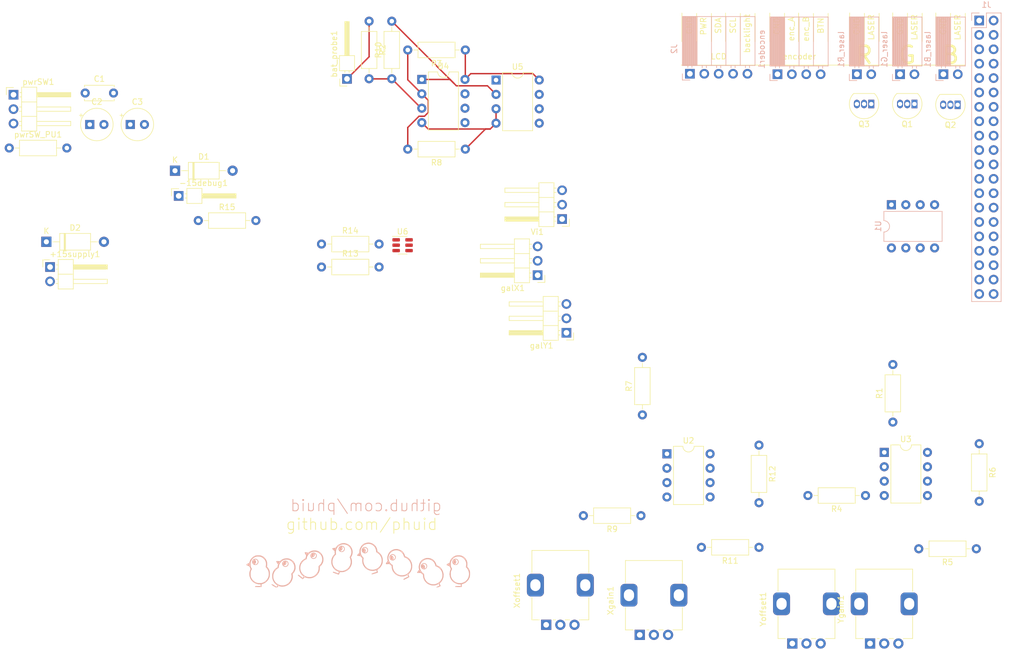
<source format=kicad_pcb>
(kicad_pcb (version 20211014) (generator pcbnew)
  (layers (0 "F.Cu" signal) (31 "B.Cu" signal) (34 "B.Paste" user) (35 "F.Paste" user) (36 "B.SilkS" user "B.Silkscreen") (37 "F.SilkS" user "F.Silkscreen") (38 "B.Mask" user) (39 "F.Mask" user) (44 "Edge.Cuts" user))
  (net 0 "")
  (net 1 "+15V")
  (net 2 "GND")
  (net 3 "Net-(J1-Pad36)")
  (net 4 "Net-(J1-Pad33)")
  (net 5 "Net-(J1-Pad29)")
  (net 8 "Net-(J1-Pad3)")
  (net 10 "Net-(J1-Pad5)")
  (net 11 "Net-(J1-Pad11)")
  (net 12 "Net-(J1-Pad15)")
  (net 13 "Net-(J1-Pad26)")
  (net 14 "Net-(J1-Pad31)")
  (net 16 "Net-(J1-Pad23)")
  (net 19 "Net-(J1-Pad19)")
  (net 21 "Net-(J1-Pad13)")
  (net 25 "+3V3")
  (net 27 "Net-(J1-Pad35)")
  (net 28 "Net-(laser_B1-Pad2)")
  (net 30 "Net-(J1-Pad40)")
  (net 31 "Net-(laser_G1-Pad2)")
  (net 32 "Net-(R7-Pad2)")
  (net 33 "Net-(R1-Pad2)")
  (net 34 "-15V")
  (net 35 "Net-(R11-Pad1)")
  (net 37 "Net-(R5-Pad1)")
  (net 38 "Net-(R1-Pad1)")
  (net 39 "+5V")
  (net 40 "Net-(R12-Pad1)")
  (net 41 "Net-(R6-Pad1)")
  (net 42 "Net-(R11-Pad2)")
  (net 43 "Net-(R5-Pad2)")
  (net 44 "Net-(R4-Pad2)")
  (net 45 "Net-(R7-Pad1)")
  (net 46 "Net-(R9-Pad2)")
  (net 47 "Net-(U2-Pad3)")
  (net 48 "Net-(U3-Pad3)")
  (net 50 "Net-(laser_R1-Pad2)")
  (net 51 "Net-(J1-Pad12)")
  (net 52 "Net-(R10-Pad1)")
  (net 53 "Net-(R3-Pad2)")
  (net 54 "Net-(R10-Pad2)")
  (net 58 "Net-(C1-Pad2)")
  (net 59 "Net-(C1-Pad1)")
  (net 60 "Net-(R2-Pad1)")
  (net 61 "Net-(C2-Pad2)")
  (net 62 "Net-(J1-Pad16)")
  (net 63 "Net-(R13-Pad2)")
  (net 64 "Net-(R15-Pad1)")
  (footprint "Resistor_THT:R_Axial_DIN0207_L6.3mm_D2.5mm_P10.16mm_Horizontal" (layer "F.Cu") (at 169.2 25.52 -90)
    (fp_text reference "R2" (at 5.08 -2.37 90) (layer "F.SilkS"))
    (fp_text value "R")
    (pad "1" thru_hole circle (at 0 0 270) (size 1.6 1.6) (drill 0.8) (layers *.Cu *.Mask) (net 60 "Net-(R2-Pad1)"))
    (pad "2" thru_hole oval (at 10.16 0 270) (size 1.6 1.6) (drill 0.8) (layers *.Cu *.Mask) (net 52 "Net-(R10-Pad1)"))
  )
  (footprint "Connector_PinHeader_2.54mm:PinHeader_1x03_P2.54mm_Horizontal" (layer "F.Cu") (at 203.257 60.437 180)
    (fp_text reference "Vi1" (at 4.385 -2.27) (layer "F.SilkS"))
    (fp_text value "Conn_01x03_Male")
    (pad "1" thru_hole rect (at 0 0 180) (size 1.7 1.7) (drill 1) (layers *.Cu *.Mask) (net 1 "+15V"))
    (pad "2" thru_hole oval (at 0 2.54 180) (size 1.7 1.7) (drill 1) (layers *.Cu *.Mask) (net 2 "GND"))
    (pad "3" thru_hole oval (at 0 5.08 180) (size 1.7 1.7) (drill 1) (layers *.Cu *.Mask) (net 34 "-15V"))
  )
  (footprint "Package_DIP:DIP-8_W7.62mm" (layer "F.Cu") (at 178.5 35.8)
    (fp_text reference "U4" (at 3.81 -2.33) (layer "F.SilkS"))
    (fp_text value "LM358")
    (pad "1" thru_hole rect (at 0 0) (size 1.6 1.6) (drill 0.8) (layers *.Cu *.Mask) (net 54 "Net-(R10-Pad2)"))
    (pad "2" thru_hole oval (at 0 2.54) (size 1.6 1.6) (drill 0.8) (layers *.Cu *.Mask) (net 52 "Net-(R10-Pad1)"))
    (pad "3" thru_hole oval (at 0 5.08) (size 1.6 1.6) (drill 0.8) (layers *.Cu *.Mask) (net 53 "Net-(R3-Pad2)"))
    (pad "4" thru_hole oval (at 0 7.62) (size 1.6 1.6) (drill 0.8) (layers *.Cu *.Mask) (net 2 "GND"))
    (pad "5" thru_hole oval (at 7.62 7.62) (size 1.6 1.6) (drill 0.8) (layers *.Cu *.Mask))
    (pad "6" thru_hole oval (at 7.62 5.08) (size 1.6 1.6) (drill 0.8) (layers *.Cu *.Mask))
    (pad "7" thru_hole oval (at 7.62 2.54) (size 1.6 1.6) (drill 0.8) (layers *.Cu *.Mask))
    (pad "8" thru_hole oval (at 7.62 0) (size 1.6 1.6) (drill 0.8) (layers *.Cu *.Mask) (net 39 "+5V"))
  )
  (footprint "Connector_PinHeader_2.54mm:PinHeader_1x02_P2.54mm_Horizontal" (layer "F.Cu") (at 112.9 68.9)
    (fp_text reference "+15supply1" (at 4.385 -2.27) (layer "F.SilkS"))
    (fp_text value "Conn_01x02_Male")
    (pad "1" thru_hole rect (at 0 0) (size 1.7 1.7) (drill 1) (layers *.Cu *.Mask) (net 1 "+15V"))
    (pad "2" thru_hole oval (at 0 2.54) (size 1.7 1.7) (drill 1) (layers *.Cu *.Mask) (net 2 "GND"))
  )
  (footprint "Resistor_THT:R_Axial_DIN0207_L6.3mm_D2.5mm_P10.16mm_Horizontal" (layer "F.Cu") (at 276.86 100.076 -90)
    (fp_text reference "R6" (at 5.08 -2.37 90) (layer "F.SilkS"))
    (fp_text value "10kR")
    (pad "1" thru_hole circle (at 0 0 270) (size 1.6 1.6) (drill 0.8) (layers *.Cu *.Mask) (net 41 "Net-(R6-Pad1)"))
    (pad "2" thru_hole oval (at 10.16 0 270) (size 1.6 1.6) (drill 0.8) (layers *.Cu *.Mask) (net 37 "Net-(R5-Pad1)"))
  )
  (footprint "Connector_PinHeader_2.54mm:PinHeader_1x01_P2.54mm_Horizontal" (layer "F.Cu") (at 135.6 56.35)
    (fp_text reference "-15debug1" (at 4.385 -2.27) (layer "F.SilkS"))
    (fp_text value "Conn_01x01_Male")
    (pad "1" thru_hole rect (at 0 0) (size 1.7 1.7) (drill 1) (layers *.Cu *.Mask) (net 34 "-15V"))
  )
  (footprint "Resistor_THT:R_Axial_DIN0207_L6.3mm_D2.5mm_P10.16mm_Horizontal" (layer "F.Cu") (at 237.998 100.33 -90)
    (fp_text reference "R12" (at 5.08 -2.37 90) (layer "F.SilkS"))
    (fp_text value "10kR")
    (pad "1" thru_hole circle (at 0 0 270) (size 1.6 1.6) (drill 0.8) (layers *.Cu *.Mask) (net 40 "Net-(R12-Pad1)"))
    (pad "2" thru_hole oval (at 10.16 0 270) (size 1.6 1.6) (drill 0.8) (layers *.Cu *.Mask) (net 35 "Net-(R11-Pad1)"))
  )
  (footprint "Connector_PinHeader_2.54mm:PinHeader_1x01_P2.54mm_Horizontal" (layer "F.Cu") (at 165.3 35.7 90)
    (fp_text reference "bat_probe1" (at 4.385 -2.27 90) (layer "F.SilkS"))
    (fp_text value "Conn_01x01_Male")
    (pad "1" thru_hole rect (at 0 0 90) (size 1.7 1.7) (drill 1) (layers *.Cu *.Mask) (net 60 "Net-(R2-Pad1)"))
  )
  (footprint "Capacitor_THT:C_Disc_D5.0mm_W2.5mm_P5.00mm" (layer "F.Cu") (at 119.1 38.2)
    (fp_text reference "C1" (at 2.5 -2.5) (layer "F.SilkS"))
    (fp_text value "1u")
    (pad "1" thru_hole circle (at 0 0) (size 1.6 1.6) (drill 0.8) (layers *.Cu *.Mask) (net 59 "Net-(C1-Pad1)"))
    (pad "2" thru_hole circle (at 5 0) (size 1.6 1.6) (drill 0.8) (layers *.Cu *.Mask) (net 58 "Net-(C1-Pad2)"))
  )
  (footprint "Package_TO_SOT_THT:TO-92_Inline" (layer "F.Cu") (at 273.05 40.28 180)
    (fp_text reference "Q2" (at 1.27 -3.56) (layer "F.SilkS"))
    (fp_text value "BC547")
    (pad "1" thru_hole rect (at 0 0 180) (size 1.05 1.5) (drill 0.75) (layers *.Cu *.Mask) (net 11 "Net-(J1-Pad11)"))
    (pad "2" thru_hole oval (at 1.27 0 180) (size 1.05 1.5) (drill 0.75) (layers *.Cu *.Mask) (net 27 "Net-(J1-Pad35)"))
    (pad "3" thru_hole oval (at 2.54 0 180) (size 1.05 1.5) (drill 0.75) (layers *.Cu *.Mask) (net 50 "Net-(laser_R1-Pad2)"))
  )
  (footprint "Resistor_THT:R_Axial_DIN0207_L6.3mm_D2.5mm_P10.16mm_Horizontal" (layer "F.Cu") (at 160.8 64.85)
    (fp_text reference "R14" (at 5.08 -2.37) (layer "F.SilkS"))
    (fp_text value "2k2")
    (pad "1" thru_hole circle (at 0 0) (size 1.6 1.6) (drill 0.8) (layers *.Cu *.Mask) (net 63 "Net-(R13-Pad2)"))
    (pad "2" thru_hole oval (at 10.16 0) (size 1.6 1.6) (drill 0.8) (layers *.Cu *.Mask) (net 61 "Net-(C2-Pad2)"))
  )
  (footprint "Capacitor_THT:CP_Radial_Tantal_D5.5mm_P2.50mm" (layer "F.Cu") (at 119.907262 43.75)
    (fp_text reference "C2" (at 1.25 -4) (layer "F.SilkS"))
    (fp_text value "10u")
    (pad "1" thru_hole rect (at 0 0) (size 1.6 1.6) (drill 0.8) (layers *.Cu *.Mask) (net 2 "GND"))
    (pad "2" thru_hole circle (at 2.5 0) (size 1.6 1.6) (drill 0.8) (layers *.Cu *.Mask) (net 61 "Net-(C2-Pad2)"))
  )
  (footprint "Potentiometer_THT:Potentiometer_Alps_RK09K_Single_Vertical" (layer "F.Cu") (at 216.956 133.812 90)
    (fp_text reference "Xgain1" (at 6.05 -5.15 90) (layer "F.SilkS"))
    (fp_text value "10kR")
    (pad "1" thru_hole rect (at 0 0 90) (size 1.8 1.8) (drill 1) (layers *.Cu *.Mask) (net 45 "Net-(R7-Pad1)"))
    (pad "2" thru_hole circle (at 0 2.5 90) (size 1.8 1.8) (drill 1) (layers *.Cu *.Mask) (net 42 "Net-(R11-Pad2)"))
    (pad "3" thru_hole circle (at 0 5 90) (size 1.8 1.8) (drill 1) (layers *.Cu *.Mask))
    (pad "MP" thru_hole roundrect (at 7 6.9 90) (size 4 3) (drill oval 2.1 1.8) (layers *.Cu *.Mask))
    (pad "MP" thru_hole roundrect (at 7 -1.9 90) (size 4 3) (drill oval 2.1 1.8) (layers *.Cu *.Mask))
  )
  (footprint "Resistor_THT:R_Axial_DIN0207_L6.3mm_D2.5mm_P10.16mm_Horizontal" (layer "F.Cu") (at 160.8 68.9)
    (fp_text reference "R13" (at 5.08 -2.37) (layer "F.SilkS"))
    (fp_text value "39k")
    (pad "1" thru_hole circle (at 0 0) (size 1.6 1.6) (drill 0.8) (layers *.Cu *.Mask) (net 2 "GND"))
    (pad "2" thru_hole oval (at 10.16 0) (size 1.6 1.6) (drill 0.8) (layers *.Cu *.Mask) (net 63 "Net-(R13-Pad2)"))
  )
  (footprint "Resistor_THT:R_Axial_DIN0207_L6.3mm_D2.5mm_P10.16mm_Horizontal" (layer "F.Cu") (at 217.424 94.996 90)
    (fp_text reference "R7" (at 5.08 -2.37 90) (layer "F.SilkS"))
    (fp_text value "1kR")
    (pad "1" thru_hole circle (at 0 0 90) (size 1.6 1.6) (drill 0.8) (layers *.Cu *.Mask) (net 45 "Net-(R7-Pad1)"))
    (pad "2" thru_hole oval (at 10.16 0 90) (size 1.6 1.6) (drill 0.8) (layers *.Cu *.Mask) (net 32 "Net-(R7-Pad2)"))
  )
  (footprint "Resistor_THT:R_Axial_DIN0207_L6.3mm_D2.5mm_P10.16mm_Horizontal" (layer "F.Cu") (at 276.352 118.618 180)
    (fp_text reference "R5" (at 5.08 -2.37) (layer "F.SilkS"))
    (fp_text value "10kR")
    (pad "1" thru_hole circle (at 0 0 180) (size 1.6 1.6) (drill 0.8) (layers *.Cu *.Mask) (net 37 "Net-(R5-Pad1)"))
    (pad "2" thru_hole oval (at 10.16 0 180) (size 1.6 1.6) (drill 0.8) (layers *.Cu *.Mask) (net 43 "Net-(R5-Pad2)"))
  )
  (footprint "Potentiometer_THT:Potentiometer_Alps_RK09K_Single_Vertical" (layer "F.Cu") (at 257.596 135.336 90)
    (fp_text reference "Ygain1" (at 6.05 -5.15 90) (layer "F.SilkS"))
    (fp_text value "10kR")
    (pad "1" thru_hole rect (at 0 0 90) (size 1.8 1.8) (drill 1) (layers *.Cu *.Mask) (net 38 "Net-(R1-Pad1)"))
    (pad "2" thru_hole circle (at 0 2.5 90) (size 1.8 1.8) (drill 1) (layers *.Cu *.Mask) (net 43 "Net-(R5-Pad2)"))
    (pad "3" thru_hole circle (at 0 5 90) (size 1.8 1.8) (drill 1) (layers *.Cu *.Mask))
    (pad "MP" thru_hole roundrect (at 7 -1.9 90) (size 4 3) (drill oval 2.1 1.8) (layers *.Cu *.Mask))
    (pad "MP" thru_hole roundrect (at 7 6.9 90) (size 4 3) (drill oval 2.1 1.8) (layers *.Cu *.Mask))
  )
  (footprint "Resistor_THT:R_Axial_DIN0207_L6.3mm_D2.5mm_P10.16mm_Horizontal" (layer "F.Cu") (at 237.998 118.364 180)
    (fp_text reference "R11" (at 5.08 -2.37) (layer "F.SilkS"))
    (fp_text value "10kR")
    (pad "1" thru_hole circle (at 0 0 180) (size 1.6 1.6) (drill 0.8) (layers *.Cu *.Mask) (net 35 "Net-(R11-Pad1)"))
    (pad "2" thru_hole oval (at 10.16 0 180) (size 1.6 1.6) (drill 0.8) (layers *.Cu *.Mask) (net 42 "Net-(R11-Pad2)"))
  )
  (footprint "Package_TO_SOT_THT:TO-92_Inline" (layer "F.Cu") (at 265.43 40.132 180)
    (fp_text reference "Q1" (at 1.27 -3.56) (layer "F.SilkS"))
    (fp_text value "BC547")
    (pad "1" thru_hole rect (at 0 0 180) (size 1.05 1.5) (drill 0.75) (layers *.Cu *.Mask) (net 21 "Net-(J1-Pad13)"))
    (pad "2" thru_hole oval (at 1.27 0 180) (size 1.05 1.5) (drill 0.75) (layers *.Cu *.Mask) (net 27 "Net-(J1-Pad35)"))
    (pad "3" thru_hole oval (at 2.54 0 180) (size 1.05 1.5) (drill 0.75) (layers *.Cu *.Mask) (net 31 "Net-(laser_G1-Pad2)"))
  )
  (footprint "Resistor_THT:R_Axial_DIN0207_L6.3mm_D2.5mm_P10.16mm_Horizontal" (layer "F.Cu") (at 217.17 112.776 180)
    (fp_text reference "R9" (at 5.08 -2.37) (layer "F.SilkS"))
    (fp_text value "47kR")
    (pad "1" thru_hole circle (at 0 0 180) (size 1.6 1.6) (drill 0.8) (layers *.Cu *.Mask) (net 1 "+15V"))
    (pad "2" thru_hole oval (at 10.16 0 180) (size 1.6 1.6) (drill 0.8) (layers *.Cu *.Mask) (net 46 "Net-(R9-Pad2)"))
  )
  (footprint "Diode_THT:D_A-405_P10.16mm_Horizontal" (layer "F.Cu") (at 112.25 64.45)
    (fp_text reference "D2" (at 5.08 -2.47) (layer "F.SilkS"))
    (fp_text value "D")
    (fp_text user "K" (at 0 -1.9) (layer "F.SilkS"))
    (pad "1" thru_hole rect (at 0 0) (size 1.8 1.8) (drill 0.9) (layers *.Cu *.Mask) (net 2 "GND"))
    (pad "2" thru_hole oval (at 10.16 0) (size 1.8 1.8) (drill 0.9) (layers *.Cu *.Mask) (net 61 "Net-(C2-Pad2)"))
  )
  (footprint "Package_DIP:DIP-8_W7.62mm" (layer "F.Cu") (at 221.752 101.864)
    (fp_text reference "U2" (at 3.81 -2.33) (layer "F.SilkS"))
    (fp_text value "TL082")
    (pad "1" thru_hole rect (at 0 0) (size 1.6 1.6) (drill 0.8) (layers *.Cu *.Mask) (net 42 "Net-(R11-Pad2)"))
    (pad "2" thru_hole oval (at 0 2.54) (size 1.6 1.6) (drill 0.8) (layers *.Cu *.Mask) (net 45 "Net-(R7-Pad1)"))
    (pad "3" thru_hole oval (at 0 5.08) (size 1.6 1.6) (drill 0.8) (layers *.Cu *.Mask) (net 47 "Net-(U2-Pad3)"))
    (pad "4" thru_hole oval (at 0 7.62) (size 1.6 1.6) (drill 0.8) (layers *.Cu *.Mask) (net 34 "-15V"))
    (pad "5" thru_hole oval (at 7.62 7.62) (size 1.6 1.6) (drill 0.8) (layers *.Cu *.Mask) (net 2 "GND"))
    (pad "6" thru_hole oval (at 7.62 5.08) (size 1.6 1.6) (drill 0.8) (layers *.Cu *.Mask) (net 35 "Net-(R11-Pad1)"))
    (pad "7" thru_hole oval (at 7.62 2.54) (size 1.6 1.6) (drill 0.8) (layers *.Cu *.Mask) (net 40 "Net-(R12-Pad1)"))
    (pad "8" thru_hole oval (at 7.62 0) (size 1.6 1.6) (drill 0.8) (layers *.Cu *.Mask) (net 1 "+15V"))
  )
  (footprint "Package_TO_SOT_THT:TO-92_Inline" (layer "F.Cu") (at 257.81 40.132 180)
    (fp_text reference "Q3" (at 1.27 -3.56) (layer "F.SilkS"))
    (fp_text value "BC547")
    (pad "1" thru_hole rect (at 0 0 180) (size 1.05 1.5) (drill 0.75) (layers *.Cu *.Mask) (net 12 "Net-(J1-Pad15)"))
    (pad "2" thru_hole oval (at 1.27 0 180) (size 1.05 1.5) (drill 0.75) (layers *.Cu *.Mask) (net 27 "Net-(J1-Pad35)"))
    (pad "3" thru_hole oval (at 2.54 0 180) (size 1.05 1.5) (drill 0.75) (layers *.Cu *.Mask) (net 28 "Net-(laser_B1-Pad2)"))
  )
  (footprint "Resistor_THT:R_Axial_DIN0207_L6.3mm_D2.5mm_P10.16mm_Horizontal" (layer "F.Cu") (at 186.18 48.1 180)
    (fp_text reference "R8" (at 5.08 -2.37) (layer "F.SilkS"))
    (fp_text value "R")
    (pad "1" thru_hole circle (at 0 0 180) (size 1.6 1.6) (drill 0.8) (layers *.Cu *.Mask) (net 2 "GND"))
    (pad "2" thru_hole oval (at 10.16 0 180) (size 1.6 1.6) (drill 0.8) (layers *.Cu *.Mask) (net 53 "Net-(R3-Pad2)"))
  )
  (footprint "Package_TO_SOT_SMD:SOT-23-6" (layer "F.Cu") (at 175.11 65.05)
    (fp_text reference "U6" (at 0 -2.4) (layer "F.SilkS"))
    (fp_text value "AOZ1282CI")
    (pad "1" smd roundrect (at -1.1375 -0.95) (size 1.325 0.6) (layers "F.Cu" "F.Paste" "F.Mask") (net 58 "Net-(C1-Pad2)"))
    (pad "2" smd roundrect (at -1.1375 0) (size 1.325 0.6) (layers "F.Cu" "F.Paste" "F.Mask") (net 61 "Net-(C2-Pad2)"))
    (pad "3" smd roundrect (at -1.1375 0.95) (size 1.325 0.6) (layers "F.Cu" "F.Paste" "F.Mask") (net 63 "Net-(R13-Pad2)"))
    (pad "4" smd roundrect (at 1.1375 0.95) (size 1.325 0.6) (layers "F.Cu" "F.Paste" "F.Mask") (net 64 "Net-(R15-Pad1)"))
    (pad "5" smd roundrect (at 1.1375 0) (size 1.325 0.6) (layers "F.Cu" "F.Paste" "F.Mask") (net 1 "+15V"))
    (pad "6" smd roundrect (at 1.1375 -0.95) (size 1.325 0.6) (layers "F.Cu" "F.Paste" "F.Mask") (net 59 "Net-(C1-Pad1)"))
  )
  (footprint "Resistor_THT:R_Axial_DIN0207_L6.3mm_D2.5mm_P10.16mm_Horizontal" (layer "F.Cu") (at 139.06 60.7)
    (fp_text reference "R15" (at 5.08 -2.37) (layer "F.SilkS"))
    (fp_text value "47k")
    (pad "1" thru_hole circle (at 0 0) (size 1.6 1.6) (drill 0.8) (layers *.Cu *.Mask) (net 64 "Net-(R15-Pad1)"))
    (pad "2" thru_hole oval (at 10.16 0) (size 1.6 1.6) (drill 0.8) (layers *.Cu *.Mask) (net 1 "+15V"))
  )
  (footprint "Capacitor_THT:CP_Radial_Tantal_D5.5mm_P2.50mm" (layer "F.Cu") (at 127.057262 43.75)
    (fp_text reference "C3" (at 1.25 -4) (layer "F.SilkS"))
    (fp_text value "10u")
    (pad "1" thru_hole rect (at 0 0) (size 1.6 1.6) (drill 0.8) (layers *.Cu *.Mask) (net 2 "GND"))
    (pad "2" thru_hole circle (at 2.5 0) (size 1.6 1.6) (drill 0.8) (layers *.Cu *.Mask) (net 34 "-15V"))
  )
  (footprint "Potentiometer_THT:Potentiometer_Alps_RK09K_Single_Vertical" (layer "F.Cu") (at 243.88 135.336 90)
    (fp_text reference "Yoffset1" (at 6.05 -5.15 90) (layer "F.SilkS"))
    (fp_text value "10kR")
    (pad "1" thru_hole rect (at 0 0 90) (size 1.8 1.8) (drill 1) (layers *.Cu *.Mask) (net 44 "Net-(R4-Pad2)"))
    (pad "2" thru_hole circle (at 0 2.5 90) (size 1.8 1.8) (drill 1) (layers *.Cu *.Mask) (net 48 "Net-(U3-Pad3)"))
    (pad "3" thru_hole circle (at 0 5 90) (size 1.8 1.8) (drill 1) (layers *.Cu *.Mask) (net 2 "GND"))
    (pad "MP" thru_hole roundrect (at 7 -1.9 90) (size 4 3) (drill oval 2.1 1.8) (layers *.Cu *.Mask))
    (pad "MP" thru_hole roundrect (at 7 6.9 90) (size 4 3) (drill oval 2.1 1.8) (layers *.Cu *.Mask))
  )
  (footprint "Resistor_THT:R_Axial_DIN0207_L6.3mm_D2.5mm_P10.16mm_Horizontal" (layer "F.Cu") (at 173.2 35.68 90)
    (fp_text reference "R10" (at 5.08 -2.37 90) (layer "F.SilkS"))
    (fp_text value "R")
    (pad "1" thru_hole circle (at 0 0 90) (size 1.6 1.6) (drill 0.8) (layers *.Cu *.Mask) (net 52 "Net-(R10-Pad1)"))
    (pad "2" thru_hole oval (at 10.16 0 90) (size 1.6 1.6) (drill 0.8) (layers *.Cu *.Mask) (net 54 "Net-(R10-Pad2)"))
  )
  (footprint "Resistor_THT:R_Axial_DIN0207_L6.3mm_D2.5mm_P10.16mm_Horizontal" (layer "F.Cu") (at 105.7 47.9)
    (fp_text reference "pwrSW_PU1" (at 5.08 -2.37) (layer "F.SilkS"))
    (fp_text value "47k")
    (pad "1" thru_hole circle (at 0 0) (size 1.6 1.6) (drill 0.8) (layers *.Cu *.Mask) (net 39 "+5V"))
    (pad "2" thru_hole oval (at 10.16 0) (size 1.6 1.6) (drill 0.8) (layers *.Cu *.Mask) (net 62 "Net-(J1-Pad16)"))
  )
  (footprint "Resistor_THT:R_Axial_DIN0207_L6.3mm_D2.5mm_P10.16mm_Horizontal" (layer "F.Cu") (at 186.18 30.6 180)
    (fp_text reference "R3" (at 5.08 -2.37) (layer "F.SilkS"))
    (fp_text value "R")
    (pad "1" thru_hole circle (at 0 0 180) (size 1.6 1.6) (drill 0.8) (layers *.Cu *.Mask) (net 39 "+5V"))
    (pad "2" thru_hole oval (at 10.16 0 180) (size 1.6 1.6) (drill 0.8) (layers *.Cu *.Mask) (net 53 "Net-(R3-Pad2)"))
  )
  (footprint "Connector_PinHeader_2.54mm:PinHeader_1x03_P2.54mm_Horizontal" (layer "F.Cu") (at 106.45 38.5)
    (fp_text reference "pwrSW1" (at 4.385 -2.27) (layer "F.SilkS"))
    (fp_text value "Conn_01x03_Male")
    (pad "1" thru_hole rect (at 0 0) (size 1.7 1.7) (drill 1) (layers *.Cu *.Mask) (net 2 "GND"))
    (pad "2" thru_hole oval (at 0 2.54) (size 1.7 1.7) (drill 1) (layers *.Cu *.Mask) (net 62 "Net-(J1-Pad16)"))
    (pad "3" thru_hole oval (at 0 5.08) (size 1.7 1.7) (drill 1) (layers *.Cu *.Mask) (net 39 "+5V"))
  )
  (footprint "Potentiometer_THT:Potentiometer_Alps_RK09K_Single_Vertical" (layer "F.Cu") (at 200.446 132.034 90)
    (fp_text reference "Xoffset1" (at 6.05 -5.15 90) (layer "F.SilkS"))
    (fp_text value "10kR")
    (pad "1" thru_hole rect (at 0 0 90) (size 1.8 1.8) (drill 1) (layers *.Cu *.Mask) (net 46 "Net-(R9-Pad2)"))
    (pad "2" thru_hole circle (at 0 2.5 90) (size 1.8 1.8) (drill 1) (layers *.Cu *.Mask) (net 47 "Net-(U2-Pad3)"))
    (pad "3" thru_hole circle (at 0 5 90) (size 1.8 1.8) (drill 1) (layers *.Cu *.Mask) (net 2 "GND"))
    (pad "MP" thru_hole roundrect (at 7 -1.9 90) (size 4 3) (drill oval 2.1 1.8) (layers *.Cu *.Mask))
    (pad "MP" thru_hole roundrect (at 7 6.9 90) (size 4 3) (drill oval 2.1 1.8) (layers *.Cu *.Mask))
  )
  (footprint "Diode_THT:D_A-405_P10.16mm_Horizontal" (layer "F.Cu") (at 134.95 51.9)
    (fp_text reference "D1" (at 5.08 -2.47) (layer "F.SilkS"))
    (fp_text value "D_Schottky")
    (fp_text user "K" (at 0 -1.9) (layer "F.SilkS"))
    (pad "1" thru_hole rect (at 0 0) (size 1.8 1.8) (drill 0.9) (layers *.Cu *.Mask) (net 59 "Net-(C1-Pad1)"))
    (pad "2" thru_hole oval (at 10.16 0) (size 1.8 1.8) (drill 0.9) (layers *.Cu *.Mask) (net 61 "Net-(C2-Pad2)"))
  )
  (footprint "Resistor_THT:R_Axial_DIN0207_L6.3mm_D2.5mm_P10.16mm_Horizontal" (layer "F.Cu") (at 261.62 96.266 90)
    (fp_text reference "R1" (at 5.08 -2.37 90) (layer "F.SilkS"))
    (fp_text value "1kR")
    (pad "1" thru_hole circle (at 0 0 90) (size 1.6 1.6) (drill 0.8) (layers *.Cu *.Mask) (net 38 "Net-(R1-Pad1)"))
    (pad "2" thru_hole oval (at 10.16 0 90) (size 1.6 1.6) (drill 0.8) (layers *.Cu *.Mask) (net 33 "Net-(R1-Pad2)"))
  )
  (footprint "Connector_PinHeader_2.54mm:PinHeader_1x03_P2.54mm_Horizontal" (layer "F.Cu") (at 198.939 70.343 180)
    (fp_text reference "galX1" (at 4.385 -2.27) (layer "F.SilkS"))
    (fp_text value "Conn_01x03_Male")
    (pad "1" thru_hole rect (at 0 0 180) (size 1.7 1.7) (drill 1) (layers *.Cu *.Mask) (net 40 "Net-(R12-Pad1)"))
    (pad "2" thru_hole oval (at 0 2.54 180) (size 1.7 1.7) (drill 1) (layers *.Cu *.Mask) (net 2 "GND"))
    (pad "3" thru_hole oval (at 0 5.08 180) (size 1.7 1.7) (drill 1) (layers *.Cu *.Mask) (net 42 "Net-(R11-Pad2)"))
  )
  (footprint "Package_DIP:DIP-8_W7.62mm" (layer "F.Cu") (at 260.106 101.61)
    (fp_text reference "U3" (at 3.81 -2.33) (layer "F.SilkS"))
    (fp_text value "TL082")
    (pad "1" thru_hole rect (at 0 0) (size 1.6 1.6) (drill 0.8) (layers *.Cu *.Mask) (net 43 "Net-(R5-Pad2)"))
    (pad "2" thru_hole oval (at 0 2.54) (size 1.6 1.6) (drill 0.8) (layers *.Cu *.Mask) (net 38 "Net-(R1-Pad1)"))
    (pad "3" thru_hole oval (at 0 5.08) (size 1.6 1.6) (drill 0.8) (layers *.Cu *.Mask) (net 48 "Net-(U3-Pad3)"))
    (pad "4" thru_hole oval (at 0 7.62) (size 1.6 1.6) (drill 0.8) (layers *.Cu *.Mask) (net 34 "-15V"))
    (pad "5" thru_hole oval (at 7.62 7.62) (size 1.6 1.6) (drill 0.8) (layers *.Cu *.Mask) (net 2 "GND"))
    (pad "6" thru_hole oval (at 7.62 5.08) (size 1.6 1.6) (drill 0.8) (layers *.Cu *.Mask) (net 37 "Net-(R5-Pad1)"))
    (pad "7" thru_hole oval (at 7.62 2.54) (size 1.6 1.6) (drill 0.8) (layers *.Cu *.Mask) (net 41 "Net-(R6-Pad1)"))
    (pad "8" thru_hole oval (at 7.62 0) (size 1.6 1.6) (drill 0.8) (layers *.Cu *.Mask) (net 1 "+15V"))
  )
  (footprint "Connector_PinHeader_2.54mm:PinHeader_1x03_P2.54mm_Horizontal" (layer "F.Cu") (at 204.019 80.503 180)
    (fp_text reference "galY1" (at 4.385 -2.27) (layer "F.SilkS"))
    (fp_text value "Conn_01x03_Male")
    (pad "1" thru_hole rect (at 0 0 180) (size 1.7 1.7) (drill 1) (layers *.Cu *.Mask) (net 41 "Net-(R6-Pad1)"))
    (pad "2" thru_hole oval (at 0 2.54 180) (size 1.7 1.7) (drill 1) (layers *.Cu *.Mask) (net 2 "GND"))
    (pad "3" thru_hole oval (at 0 5.08 180) (size 1.7 1.7) (drill 1) (layers *.Cu *.Mask) (net 43 "Net-(R5-Pad2)"))
  )
  (footprint "Resistor_THT:R_Axial_DIN0207_L6.3mm_D2.5mm_P10.16mm_Horizontal" (layer "F.Cu") (at 256.794 109.22 180)
    (fp_text reference "R4" (at 5.08 -2.37) (layer "F.SilkS"))
    (fp_text value "47kR")
    (pad "1" thru_hole circle (at 0 0 180) (size 1.6 1.6) (drill 0.8) (layers *.Cu *.Mask) (net 1 "+15V"))
    (pad "2" thru_hole oval (at 10.16 0 180) (size 1.6 1.6) (drill 0.8) (layers *.Cu *.Mask) (net 44 "Net-(R4-Pad2)"))
  )
  (footprint "Package_DIP:DIP-8_W7.62mm" (layer "F.Cu") (at 191.6 35.9)
    (fp_text reference "U5" (at 3.81 -2.33) (layer "F.SilkS"))
    (fp_text value "ADC0831")
    (pad "1" thru_hole rect (at 0 0) (size 1.6 1.6) (drill 0.8) (layers *.Cu *.Mask) (net 3 "Net-(J1-Pad36)"))
    (pad "2" thru_hole oval (at 0 2.54) (size 1.6 1.6) (drill 0.8) (layers *.Cu *.Mask) (net 54 "Net-(R10-Pad2)"))
    (pad "3" thru_hole oval (at 0 5.08) (size 1.6 1.6) (drill 0.8) (layers *.Cu *.Mask) (net 2 "GND"))
    (pad "4" thru_hole oval (at 0 7.62) (size 1.6 1.6) (drill 0.8) (layers *.Cu *.Mask) (net 2 "GND"))
    (pad "5" thru_hole oval (at 7.62 7.62) (size 1.6 1.6) (drill 0.8) (layers *.Cu *.Mask) (net 39 "+5V"))
    (pad "6" thru_hole oval (at 7.62 5.08) (size 1.6 1.6) (drill 0.8) (layers *.Cu *.Mask) (net 27 "Net-(J1-Pad35)"))
    (pad "7" thru_hole oval (at 7.62 2.54) (size 1.6 1.6) (drill 0.8) (layers *.Cu *.Mask) (net 30 "Net-(J1-Pad40)"))
    (pad "8" thru_hole oval (at 7.62 0) (size 1.6 1.6) (drill 0.8) (layers *.Cu *.Mask) (net 39 "+5V"))
  )
  (footprint "Connector_PinSocket_2.54mm:PinSocket_1x05_P2.54mm_Horizontal" (layer "B.Cu") (at 225.806 34.798 -90)
    (fp_text reference "J2" (at -4.38 2.77 90) (layer "B.SilkS") (effects (justify mirror)))
    (fp_text value "Conn_01x05_Female")
    (pad "1" thru_hole rect (at 0 0 270) (size 1.7 1.7) (drill 1) (layers *.Cu *.Mask) (net 2 "GND"))
    (pad "2" thru_hole oval (at 0 -2.54 270) (size 1.7 1.7) (drill 1) (layers *.Cu *.Mask) (net 39 "+5V"))
    (pad "3" thru_hole oval (at 0 -5.08 270) (size 1.7 1.7) (drill 1) (layers *.Cu *.Mask) (net 8 "Net-(J1-Pad3)"))
    (pad "4" thru_hole oval (at 0 -7.62 270) (size 1.7 1.7) (drill 1) (layers *.Cu *.Mask) (net 10 "Net-(J1-Pad5)"))
    (pad "5" thru_hole oval (at 0 -10.16 270) (size 1.7 1.7) (drill 1) (layers *.Cu *.Mask) (net 51 "Net-(J1-Pad12)"))
  )
  (footprint "LOGO" (layer "B.Cu") (at 167.386 121.412 180)
    (fp_text reference "G***" hide)
    (fp_text value "LOGO" hide)
  )
  (footprint "Connector_PinSocket_2.54mm:PinSocket_1x02_P2.54mm_Horizontal" (layer "B.Cu") (at 270.54 34.88 -90)
    (fp_text reference "laser_B1" (at -4.38 2.77 90) (layer "B.SilkS") (effects (justify mirror)))
    (fp_text value "Conn_01x02_Female")
    (pad "1" thru_hole rect (at 0 0 270) (size 1.7 1.7) (drill 1) (layers *.Cu *.Mask) (net 2 "GND"))
    (pad "2" thru_hole oval (at 0 -2.54 270) (size 1.7 1.7) (drill 1) (layers *.Cu *.Mask) (net 11 "Net-(J1-Pad11)"))
  )
  (footprint "Package_DIP:DIP-8_W7.62mm" (layer "B.Cu") (at 261.366 57.912 -90)
    (fp_text reference "U1" (at 3.81 2.33 90) (layer "B.SilkS") (effects (justify mirror)))
    (fp_text value "MCP4822")
    (pad "1" thru_hole rect (at 0 0 270) (size 1.6 1.6) (drill 0.8) (layers *.Cu *.Mask) (net 39 "+5V"))
    (pad "2" thru_hole oval (at 0 -2.54 270) (size 1.6 1.6) (drill 0.8) (layers *.Cu *.Mask) (net 13 "Net-(J1-Pad26)"))
    (pad "3" thru_hole oval (at 0 -5.08 270) (size 1.6 1.6) (drill 0.8) (layers *.Cu *.Mask) (net 16 "Net-(J1-Pad23)"))
    (pad "4" thru_hole oval (at 0 -7.62 270) (size 1.6 1.6) (drill 0.8) (layers *.Cu *.Mask) (net 19 "Net-(J1-Pad19)"))
    (pad "5" thru_hole oval (at 7.62 -7.62 270) (size 1.6 1.6) (drill 0.8) (layers *.Cu *.Mask) (net 2 "GND"))
    (pad "6" thru_hole oval (at 7.62 -5.08 270) (size 1.6 1.6) (drill 0.8) (layers *.Cu *.Mask) (net 33 "Net-(R1-Pad2)"))
    (pad "7" thru_hole oval (at 7.62 -2.54 270) (size 1.6 1.6) (drill 0.8) (layers *.Cu *.Mask) (net 2 "GND"))
    (pad "8" thru_hole oval (at 7.62 0 270) (size 1.6 1.6) (drill 0.8) (layers *.Cu *.Mask) (net 32 "Net-(R7-Pad2)"))
  )
  (footprint "Connector_PinSocket_2.54mm:PinSocket_1x04_P2.54mm_Horizontal" (layer "B.Cu") (at 241.26 34.88 -90)
    (fp_text reference "encoder1" (at -4.38 2.77 90) (layer "B.SilkS") (effects (justify mirror)))
    (fp_text value "Conn_01x04_Female")
    (pad "1" thru_hole rect (at 0 0 270) (size 1.7 1.7) (drill 1) (layers *.Cu *.Mask) (net 2 "GND"))
    (pad "2" thru_hole oval (at 0 -2.54 270) (size 1.7 1.7) (drill 1) (layers *.Cu *.Mask) (net 5 "Net-(J1-Pad29)"))
    (pad "3" thru_hole oval (at 0 -5.08 270) (size 1.7 1.7) (drill 1) (layers *.Cu *.Mask) (net 14 "Net-(J1-Pad31)"))
    (pad "4" thru_hole oval (at 0 -7.62 270) (size 1.7 1.7) (drill 1) (layers *.Cu *.Mask) (net 4 "Net-(J1-Pad33)"))
  )
  (footprint "Connector_PinSocket_2.54mm:PinSocket_2x20_P2.54mm_Vertical" (layer "B.Cu") (at 276.86 25.4 180)
    (fp_text reference "J1" (at -1.27 2.77) (layer "B.SilkS") (effects (justify mirror)))
    (fp_text value "Raspberry_Pi_2_3")
    (pad "1" thru_hole rect (at 0 0 180) (size 1.7 1.7) (drill 1) (layers *.Cu *.Mask) (net 25 "+3V3"))
    (pad "2" thru_hole oval (at -2.54 0 180) (size 1.7 1.7) (drill 1) (layers *.Cu *.Mask) (net 39 "+5V"))
    (pad "3" thru_hole oval (at 0 -2.54 180) (size 1.7 1.7) (drill 1) (layers *.Cu *.Mask) (net 8 "Net-(J1-Pad3)"))
    (pad "4" thru_hole oval (at -2.54 -2.54 180) (size 1.7 1.7) (drill 1) (layers *.Cu *.Mask) (net 39 "+5V"))
    (pad "5" thru_hole oval (at 0 -5.08 180) (size 1.7 1.7) (drill 1) (layers *.Cu *.Mask) (net 10 "Net-(J1-Pad5)"))
    (pad "6" thru_hole oval (at -2.54 -5.08 180) (size 1.7 1.7) (drill 1) (layers *.Cu *.Mask) (net 2 "GND"))
    (pad "7" thru_hole oval (at 0 -7.62 180) (size 1.7 1.7) (drill 1) (layers *.Cu *.Mask))
    (pad "8" thru_hole oval (at -2.54 -7.62 180) (size 1.7 1.7) (drill 1) (layers *.Cu *.Mask))
    (pad "9" thru_hole oval (at 0 -10.16 180) (size 1.7 1.7) (drill 1) (layers *.Cu *.Mask) (net 2 "GND"))
    (pad "10" thru_hole oval (at -2.54 -10.16 180) (size 1.7 1.7) (drill 1) (layers *.Cu *.Mask))
    (pad "11" thru_hole oval (at 0 -12.7 180) (size 1.7 1.7) (drill 1) (layers *.Cu *.Mask) (net 11 "Net-(J1-Pad11)"))
    (pad "12" thru_hole oval (at -2.54 -12.7 180) (size 1.7 1.7) (drill 1) (layers *.Cu *.Mask) (net 51 "Net-(J1-Pad12)"))
    (pad "13" thru_hole oval (at 0 -15.24 180) (size 1.7 1.7) (drill 1) (layers *.Cu *.Mask) (net 21 "Net-(J1-Pad13)"))
    (pad "14" thru_hole oval (at -2.54 -15.24 180) (size 1.7 1.7) (drill 1) (layers *.Cu *.Mask) (net 2 "GND"))
    (pad "15" thru_hole oval (at 0 -17.78 180) (size 1.7 1.7) (drill 1) (layers *.Cu *.Mask) (net 12 "Net-(J1-Pad15)"))
    (pad "16" thru_hole oval (at -2.54 -17.78 180) (size 1.7 1.7) (drill 1) (layers *.Cu *.Mask) (net 62 "Net-(J1-Pad16)"))
    (pad "17" thru_hole oval (at 0 -20.32 180) (size 1.7 1.7) (drill 1) (layers *.Cu *.Mask) (net 25 "+3V3"))
    (pad "18" thru_hole oval (at -2.54 -20.32 180) (size 1.7 1.7) (drill 1) (layers *.Cu *.Mask))
    (pad "19" thru_hole oval (at 0 -22.86 180) (size 1.7 1.7) (drill 1) (layers *.Cu *.Mask) (net 19 "Net-(J1-Pad19)"))
    (pad "20" thru_hole oval (at -2.54 -22.86 180) (size 1.7 1.7) (drill 1) (layers *.Cu *.Mask) (net 2 "GND"))
    (pad "21" thru_hole oval (at 0 -25.4 180) (size 1.7 1.7) (drill 1) (layers *.Cu *.Mask))
    (pad "22" thru_hole oval (at -2.54 -25.4 180) (size 1.7 1.7) (drill 1) (layers *.Cu *.Mask))
    (pad "23" thru_hole oval (at 0 -27.94 180) (size 1.7 1.7) (drill 1) (layers *.Cu *.Mask) (net 16 "Net-(J1-Pad23)"))
    (pad "24" thru_hole oval (at -2.54 -27.94 180) (size 1.7 1.7) (drill 1) (layers *.Cu *.Mask))
    (pad "25" thru_hole oval (at 0 -30.48 180) (size 1.7 1.7) (drill 1) (layers *.Cu *.Mask) (net 2 "GND"))
    (pad "26" thru_hole oval (at -2.54 -30.48 180) (size 1.7 1.7) (drill 1) (layers *.Cu *.Mask) (net 13 "Net-(J1-Pad26)"))
    (pad "27" thru_hole oval (at 0 -33.02 180) (size 1.7 1.7) (drill 1) (layers *.Cu *.Mask))
    (pad "28" thru_hole oval (at -2.54 -33.02 180) (size 1.7 1.7) (drill 1) (layers *.Cu *.Mask))
    (pad "29" thru_hole oval (at 0 -35.56 180) (size 1.7 1.7) (drill 1) (layers *.Cu *.Mask) (net 5 "Net-(J1-Pad29)"))
    (pad "30" thru_hole oval (at -2.54 -35.56 180) (size 1.7 1.7) (drill 1) (layers *.Cu *.Mask) (net 2 "GND"))
    (pad "31" thru_hole oval (at 0 -38.1 180) (size 1.7 1.7) (drill 1) (layers *.Cu *.Mask) (net 14 "Net-(J1-Pad31)"))
    (pad "32" thru_hole oval (at -2.54 -38.1 180) (size 1.7 1.7) (drill 1) (layers *.Cu *.Mask))
    (pad "33" thru_hole oval (at 0 -40.64 180) (size 1.7 1.7) (drill 1) (layers *.Cu *.Mask) (net 4 "Net-(J1-Pad33)"))
    (pad "34" thru_hole oval (at -2.54 -40.64 180) (size 1.7 1.7) (drill 1) (layers *.Cu *.Mask) (net 2 "GND"))
    (pad "35" thru_hole oval (at 0 -43.18 180) (size 1.7 1.7) (drill 1) (layers *.Cu *.Mask) (net 27 "Net-(J1-Pad35)"))
    (pad "36" thru_hole oval (at -2.54 -43.18 180) (size 1.7 1.7) (drill 1) (layers *.Cu *.Mask) (net 3 "Net-(J1-Pad36)"))
    (pad "37" thru_hole oval (at 0 -45.72 180) (size 1.7 1.7) (drill 1) (layers *.Cu *.Mask))
    (pad "38" thru_hole oval (at -2.54 -45.72 180) (size 1.7 1.7) (drill 1) (layers *.Cu *.Mask))
    (pad "39" thru_hole oval (at 0 -48.26 180) (size 1.7 1.7) (drill 1) (layers *.Cu *.Mask) (net 2 "GND"))
    (pad "40" thru_hole oval (at -2.54 -48.26 180) (size 1.7 1.7) (drill 1) (layers *.Cu *.Mask) (net 30 "Net-(J1-Pad40)"))
  )
  (footprint "Connector_PinSocket_2.54mm:PinSocket_1x02_P2.54mm_Horizontal" (layer "B.Cu") (at 255.27 34.88 -90)
    (fp_text reference "laser_R1" (at -4.38 2.77 90) (layer "B.SilkS") (effects (justify mirror)))
    (fp_text value "Conn_01x02_Female")
    (pad "1" thru_hole rect (at 0 0 270) (size 1.7 1.7) (drill 1) (layers *.Cu *.Mask) (net 2 "GND"))
    (pad "2" thru_hole oval (at 0 -2.54 270) (size 1.7 1.7) (drill 1) (layers *.Cu *.Mask) (net 12 "Net-(J1-Pad15)"))
  )
  (footprint "Connector_PinSocket_2.54mm:PinSocket_1x02_P2.54mm_Horizontal" (layer "B.Cu") (at 262.89 34.88 -90)
    (fp_text reference "laser_G1" (at -4.38 2.77 90) (layer "B.SilkS") (effects (justify mirror)))
    (fp_text value "Conn_01x02_Female")
    (pad "1" thru_hole rect (at 0 0 270) (size 1.7 1.7) (drill 1) (layers *.Cu *.Mask) (net 2 "GND"))
    (pad "2" thru_hole oval (at 0 -2.54 270) (size 1.7 1.7) (drill 1) (layers *.Cu *.Mask) (net 21 "Net-(J1-Pad13)"))
  )
  (gr_line (start 269.2 24.06) (end 269.2 29.1) (layer "F.SilkS") (width 0.12))
  (gr_line (start 239.9 24.08) (end 239.9 29.12) (layer "F.SilkS") (width 0.12))
  (gr_line (start 271.8 24.13) (end 271.8 29.1) (layer "F.SilkS") (width 0.12))
  (gr_line (start 261.6 24.045) (end 261.6 29.085) (layer "F.SilkS") (width 0.12))
  (gr_line (start 274.32 33.274) (end 224.282 33.274) (layer "F.SilkS") (width 0.12))
  (gr_line (start 234.7 24.15) (end 234.7 29.12) (layer "F.SilkS") (width 0.12))
  (gr_line (start 256.6 24.13) (end 256.6 29.1) (layer "F.SilkS") (width 0.12))
  (gr_line (start 264.2 24.115) (end 264.2 29.085) (layer "F.SilkS") (width 0.12))
  (gr_line (start 242.5 24.115) (end 242.5 29.085) (layer "F.SilkS") (width 0.12))
  (gr_line (start 237.3 24.15) (end 237.3 29.12) (layer "F.SilkS") (width 0.12))
  (gr_line (start 247.6 24.15) (end 247.6 29.12) (layer "F.SilkS") (width 0.12))
  (gr_line (start 245 24.08) (end 245 29.12) (layer "F.SilkS") (width 0.12))
  (gr_line (start 224.4 24.08) (end 224.4 29.12) (layer "F.SilkS") (width 0.12))
  (gr_line (start 266.8 24.115) (end 266.8 29.1) (layer "F.SilkS") (width 0.12))
  (gr_line (start 245 24.15) (end 245 29.12) (layer "F.SilkS") (width 0.12))
  (gr_line (start 250.2 24.15) (end 250.2 29.12) (layer "F.SilkS") (width 0.12))
  (gr_line (start 274.4 24.13) (end 274.4 29.1) (layer "F.SilkS") (width 0.12))
  (gr_line (start 254 24.06) (end 254 29.1) (layer "F.SilkS") (width 0.12))
  (gr_line (start 227 24.15) (end 227 29.12) (layer "F.SilkS") (width 0.12))
  (gr_line (start 229.6 24.15) (end 229.6 29.12) (layer "F.SilkS") (width 0.12))
  (gr_line (start 232.1 24.08) (end 232.1 29.12) (layer "F.SilkS") (width 0.12))
  (gr_line (start 259.2 24.13) (end 259.2 29.1) (layer "F.SilkS") (width 0.12))
  (gr_text "github.com/phuid" (at 168.656 110.998) (layer "B.SilkS") (effects (font (size 2 2)) (justify mirror)))
  (gr_text "enc_A" (at 243.7 26.9 -270) (layer "F.SilkS") (effects (font (size 1 1))))
  (gr_text "encoder" (at 245.11 31.75) (layer "F.SilkS") (effects (font (size 1 1))))
  (gr_text "SCL" (at 233.4 26.3 -270) (layer "F.SilkS") (effects (font (size 1 1))))
  (gr_text "LASER" (at 265.43 26.6 -270) (layer "F.SilkS") (effects (font (size 1 1))))
  (gr_text "BTN" (at 248.9 26.3 -270) (layer "F.SilkS") (effects (font (size 1 1))))
  (gr_text "PWR" (at 228.2 26.4 -270) (layer "F.SilkS") (effects (font (size 1 1))))
  (gr_text "GND" (at 270.51 26.416 -270) (layer "F.SilkS") (effects (font (size 1 1))))
  (gr_text "GND" (at 262.89 26.416 -270) (layer "F.SilkS") (effects (font (size 1 1))))
  (gr_text "SDA" (at 230.8 26.3 -270) (layer "F.SilkS") (effects (font (size 1 1))))
  (gr_text "enc_B" (at 246.3 26.9 -270) (layer "F.SilkS") (effects (font (size 1 1))))
  (gr_text "R" (at 256.54 31.496) (layer "F.SilkS") (effects (font (size 3 3) (thickness 0.45))))
  (gr_text "backlight" (at 235.9 27.7 90) (layer "F.SilkS") (effects (font (size 1 1))))
  (gr_text "GND" (at 241.16 26.392 -270) (layer "F.SilkS") (effects (font (size 1 1))))
  (gr_text "GND" (at 255.27 26.416 -270) (layer "F.SilkS") (effects (font (size 1 1))))
  (gr_text "GND" (at 225.7 26.3 -270) (layer "F.SilkS") (effects (font (size 1 1))))
  (gr_text "LASER" (at 257.81 26.6 -270) (layer "F.SilkS") (effects (font (size 1 1))))
  (gr_text "LASER" (at 273.05 26.6 -270) (layer "F.SilkS") (effects (font (size 1 1))))
  (gr_text "LCD" (at 230.886 31.75) (layer "F.SilkS") (effects (font (size 1 1))))
  (gr_text "B" (at 271.78 31.496) (layer "F.SilkS") (effects (font (size 3 3) (thickness 0.45))))
  (gr_text "G" (at 264.16 31.496) (layer "F.SilkS") (effects (font (size 3 3) (thickness 0.45))))
  (gr_text "github.com/phuid" (at 167.894 114.3) (layer "F.SilkS") (effects (font (size 2 2))))
  (segment (start 179.624511 44.544511) (end 178.5 43.42) (width 0.25) (layer "F.Cu") (net 2))
  (segment (start 186.18 48.1) (end 189.735489 44.544511) (width 0.25) (layer "F.Cu") (net 2))
  (segment (start 191.6 40.98) (end 191.6 43.52) (width 0.25) (layer "F.Cu") (net 2))
  (segment (start 191.6 43.52) (end 190.575489 44.544511) (width 0.25) (layer "F.Cu") (net 2))
  (segment (start 189.735489 44.544511) (end 190.575489 44.544511) (width 0.25) (layer "F.Cu") (net 2))
  (segment (start 190.575489 44.544511) (end 179.624511 44.544511) (width 0.25) (layer "F.Cu") (net 2))
  (segment (start 199.22 35.9) (end 198.095489 34.775489) (width 0.25) (layer "F.Cu") (net 39))
  (segment (start 187.144511 34.775489) (end 186.12 35.8) (width 0.25) (layer "F.Cu") (net 39))
  (segment (start 186.18 35.74) (end 186.12 35.8) (width 0.25) (layer "F.Cu") (net 39))
  (segment (start 198.095489 34.775489) (end 187.144511 34.775489) (width 0.25) (layer "F.Cu") (net 39))
  (segment (start 186.18 30.6) (end 186.18 35.74) (width 0.25) (layer "F.Cu") (net 39))
  (segment (start 178.4 40.88) (end 178.5 40.88) (width 0.25) (layer "F.Cu") (net 52))
  (segment (start 169.38 35.7) (end 173.18 35.7) (width 0.25) (layer "F.Cu") (net 52))
  (segment (start 173.18 35.7) (end 173.2 35.68) (width 0.25) (layer "F.Cu") (net 52))
  (segment (start 173.2 35.68) (end 178.4 40.88) (width 0.25) (layer "F.Cu") (net 52))
  (segment (start 179.624511 41.636767) (end 178.965789 42.295489) (width 0.25) (layer "F.Cu") (net 53))
  (segment (start 176.02 35.86) (end 178.5 38.34) (width 0.25) (layer "F.Cu") (net 53))
  (segment (start 178.5 38.34) (end 179.624511 39.464511) (width 0.25) (layer "F.Cu") (net 53))
  (segment (start 179.624511 39.464511) (end 179.624511 41.636767) (width 0.25) (layer "F.Cu") (net 53))
  (segment (start 176.02 44.28) (end 176.02 48.1) (width 0.25) (layer "F.Cu") (net 53))
  (segment (start 176.02 30.6) (end 176.02 35.86) (width 0.25) (layer "F.Cu") (net 53))
  (segment (start 178.004511 42.295489) (end 176.02 44.28) (width 0.25) (layer "F.Cu") (net 53))
  (segment (start 178.965789 42.295489) (end 178.004511 42.295489) (width 0.25) (layer "F.Cu") (net 53))
  (segment (start 173.2 25.52) (end 184.14 36.46) (width 0.25) (layer "F.Cu") (net 54))
  (segment (start 184.14 36.46) (end 184.604511 36.924511) (width 0.25) (layer "F.Cu") (net 54))
  (segment (start 184.604511 36.924511) (end 190.084511 36.924511) (width 0.25) (layer "F.Cu") (net 54))
  (segment (start 183.48 35.8) (end 184.14 36.46) (width 0.25) (layer "F.Cu") (net 54))
  (segment (start 190.084511 36.924511) (end 191.6 38.44) (width 0.25) (layer "F.Cu") (net 54))
  (segment (start 178.5 35.8) (end 183.48 35.8) (width 0.25) (layer "F.Cu") (net 54))
  (segment (start 169.2 31.8) (end 165.3 35.7) (width 0.25) (layer "F.Cu") (net 60))
  (segment (start 169.2 25.52) (end 169.2 31.8) (width 0.25) (layer "F.Cu") (net 60))
)
</source>
